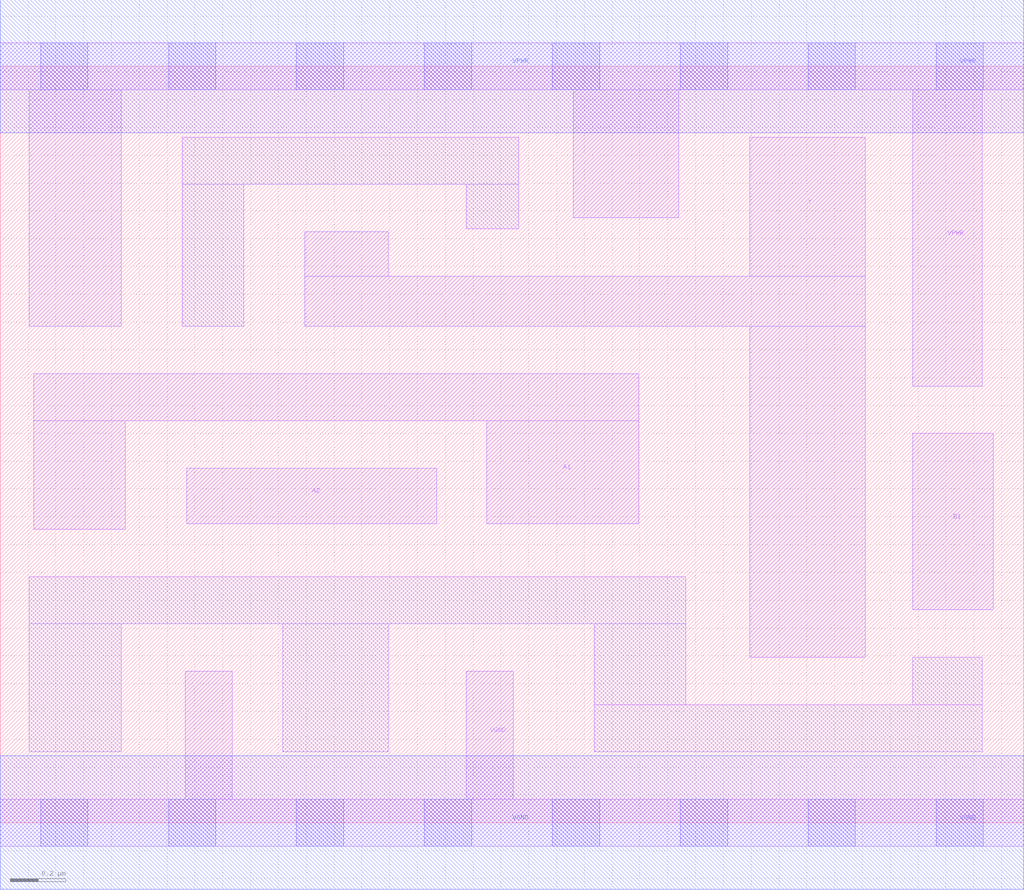
<source format=lef>
# Copyright 2020 The SkyWater PDK Authors
#
# Licensed under the Apache License, Version 2.0 (the "License");
# you may not use this file except in compliance with the License.
# You may obtain a copy of the License at
#
#     https://www.apache.org/licenses/LICENSE-2.0
#
# Unless required by applicable law or agreed to in writing, software
# distributed under the License is distributed on an "AS IS" BASIS,
# WITHOUT WARRANTIES OR CONDITIONS OF ANY KIND, either express or implied.
# See the License for the specific language governing permissions and
# limitations under the License.
#
# SPDX-License-Identifier: Apache-2.0

VERSION 5.7 ;
  NAMESCASESENSITIVE ON ;
  NOWIREEXTENSIONATPIN ON ;
  DIVIDERCHAR "/" ;
  BUSBITCHARS "[]" ;
UNITS
  DATABASE MICRONS 200 ;
END UNITS
PROPERTYDEFINITIONS
  MACRO maskLayoutSubType STRING ;
  MACRO prCellType STRING ;
  MACRO originalViewName STRING ;
END PROPERTYDEFINITIONS
MACRO sky130_fd_sc_hdll__o21ai_2
  CLASS CORE ;
  FOREIGN sky130_fd_sc_hdll__o21ai_2 ;
  ORIGIN  0.000000  0.000000 ;
  SIZE  3.680000 BY  2.720000 ;
  SYMMETRY X Y R90 ;
  SITE unithd ;
  PIN A1
    ANTENNAGATEAREA  0.555000 ;
    DIRECTION INPUT ;
    USE SIGNAL ;
    PORT
      LAYER li1 ;
        RECT 0.120000 1.055000 0.450000 1.445000 ;
        RECT 0.120000 1.445000 2.295000 1.615000 ;
        RECT 1.750000 1.075000 2.295000 1.445000 ;
    END
  END A1
  PIN A2
    ANTENNAGATEAREA  0.555000 ;
    DIRECTION INPUT ;
    USE SIGNAL ;
    PORT
      LAYER li1 ;
        RECT 0.670000 1.075000 1.570000 1.275000 ;
    END
  END A2
  PIN B1
    ANTENNAGATEAREA  0.555000 ;
    DIRECTION INPUT ;
    USE SIGNAL ;
    PORT
      LAYER li1 ;
        RECT 3.280000 0.765000 3.570000 1.400000 ;
    END
  END B1
  PIN Y
    ANTENNADIFFAREA  0.814500 ;
    DIRECTION OUTPUT ;
    USE SIGNAL ;
    PORT
      LAYER li1 ;
        RECT 1.095000 1.785000 3.110000 1.965000 ;
        RECT 1.095000 1.965000 1.395000 2.125000 ;
        RECT 2.695000 0.595000 3.110000 1.785000 ;
        RECT 2.695000 1.965000 3.110000 2.465000 ;
    END
  END Y
  PIN VGND
    DIRECTION INOUT ;
    USE GROUND ;
    PORT
      LAYER li1 ;
        RECT 0.000000 -0.085000 3.680000 0.085000 ;
        RECT 0.665000  0.085000 0.835000 0.545000 ;
        RECT 1.675000  0.085000 1.845000 0.545000 ;
      LAYER mcon ;
        RECT 0.145000 -0.085000 0.315000 0.085000 ;
        RECT 0.605000 -0.085000 0.775000 0.085000 ;
        RECT 1.065000 -0.085000 1.235000 0.085000 ;
        RECT 1.525000 -0.085000 1.695000 0.085000 ;
        RECT 1.985000 -0.085000 2.155000 0.085000 ;
        RECT 2.445000 -0.085000 2.615000 0.085000 ;
        RECT 2.905000 -0.085000 3.075000 0.085000 ;
        RECT 3.365000 -0.085000 3.535000 0.085000 ;
      LAYER met1 ;
        RECT 0.000000 -0.240000 3.680000 0.240000 ;
    END
  END VGND
  PIN VPWR
    DIRECTION INOUT ;
    USE POWER ;
    PORT
      LAYER li1 ;
        RECT 0.000000 2.635000 3.680000 2.805000 ;
        RECT 0.105000 1.785000 0.435000 2.635000 ;
        RECT 2.060000 2.175000 2.440000 2.635000 ;
        RECT 3.280000 1.570000 3.530000 2.635000 ;
      LAYER mcon ;
        RECT 0.145000 2.635000 0.315000 2.805000 ;
        RECT 0.605000 2.635000 0.775000 2.805000 ;
        RECT 1.065000 2.635000 1.235000 2.805000 ;
        RECT 1.525000 2.635000 1.695000 2.805000 ;
        RECT 1.985000 2.635000 2.155000 2.805000 ;
        RECT 2.445000 2.635000 2.615000 2.805000 ;
        RECT 2.905000 2.635000 3.075000 2.805000 ;
        RECT 3.365000 2.635000 3.535000 2.805000 ;
      LAYER met1 ;
        RECT 0.000000 2.480000 3.680000 2.960000 ;
    END
  END VPWR
  OBS
    LAYER li1 ;
      RECT 0.105000 0.255000 0.435000 0.715000 ;
      RECT 0.105000 0.715000 2.465000 0.885000 ;
      RECT 0.655000 1.785000 0.875000 2.295000 ;
      RECT 0.655000 2.295000 1.865000 2.465000 ;
      RECT 1.015000 0.255000 1.395000 0.715000 ;
      RECT 1.675000 2.135000 1.865000 2.295000 ;
      RECT 2.135000 0.255000 3.530000 0.425000 ;
      RECT 2.135000 0.425000 2.465000 0.715000 ;
      RECT 3.280000 0.425000 3.530000 0.595000 ;
  END
  PROPERTY maskLayoutSubType "abstract" ;
  PROPERTY prCellType "standard" ;
  PROPERTY originalViewName "layout" ;
END sky130_fd_sc_hdll__o21ai_2

</source>
